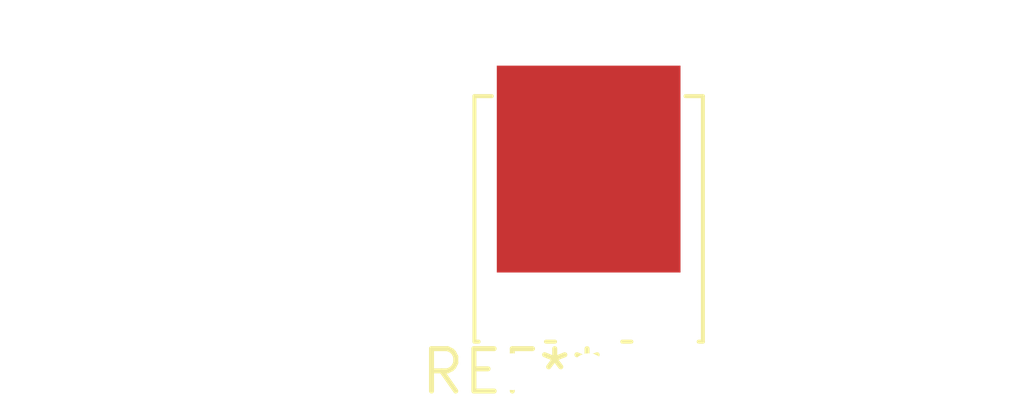
<source format=kicad_pcb>
(kicad_pcb (version 20240108) (generator pcbnew)
  (layers (0 "F.Cu" signal) (31 "B.Cu" signal) (34 "B.Paste" user) (35 "F.Paste" user) (36 "B.SilkS" user "B.Silkscreen") (37 "F.SilkS" user "F.Silkscreen") (38 "B.Mask" user) (39 "F.Mask" user) (44 "Edge.Cuts" user))
  (net 0 "")
  (footprint "SIPAK-1EP_Horizontal_TabDown" (layer "F.Cu") (at 0 0)
    (property "Reference" "REF**")
    (property "Value" "SIPAK-1EP_Horizontal_TabDown")
    (fp_line (start -1.134 -8.26) (end -1.134 -0.9) (layer "F.SilkS") (stroke (width 0.12)))
    (fp_line (start -1.134 -8.26) (end -0.614 -8.26) (layer "F.SilkS") (stroke (width 0.12)))
    (fp_line (start -1.134 -0.9) (end -1.008 -0.9) (layer "F.SilkS") (stroke (width 0.12)))
    (fp_line (start 1.008 -0.9) (end 1.279 -0.9) (layer "F.SilkS") (stroke (width 0.12)))
    (fp_line (start 3.294 -0.9) (end 3.565 -0.9) (layer "F.SilkS") (stroke (width 0.12)))
    (fp_line (start 5.186 -8.26) (end 5.706 -8.26) (layer "F.SilkS") (stroke (width 0.12)))
    (fp_line (start 5.58 -0.9) (end 5.706 -0.9) (layer "F.SilkS") (stroke (width 0.12)))
    (fp_line (start 5.706 -8.26) (end 5.706 -0.9) (layer "F.SilkS") (stroke (width 0.12)))
    (pad "1" thru_hole rect (at 0 0) (size 1.7145 1.8) (drill 1.1) (layers *.Cu *.Mask) (remove_unused_layers))
    (pad "2" thru_hole oval (at 2.286 0) (size 1.7145 1.8) (drill 1.1) (layers *.Cu *.Mask) (remove_unused_layers))
    (pad "3" thru_hole oval (at 4.572 0) (size 1.7145 1.8) (drill 1.1) (layers *.Cu *.Mask) (remove_unused_layers))
    (pad "4" smd rect (at 2.286 -6.073333) (size 5.5 6.2) (layers "F.Cu" "F.Paste" "F.Mask"))
  )
)
</source>
